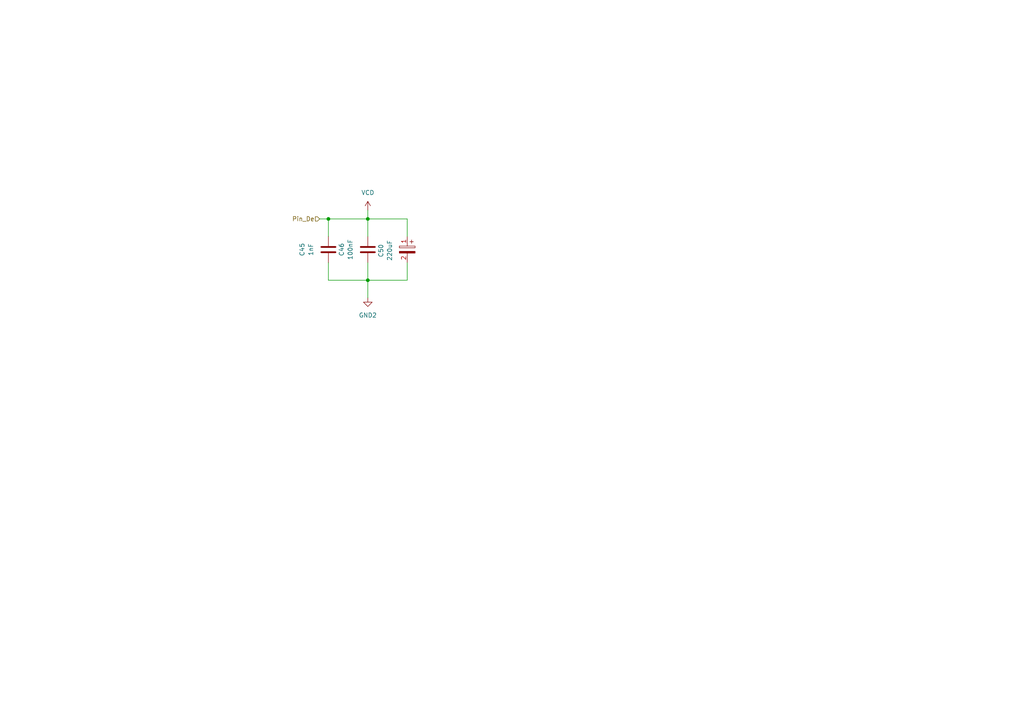
<source format=kicad_sch>
(kicad_sch (version 20250114) (generator "eeschema") (generator_version "9.0")
  (paper "A4")
  (lib_symbols
    (symbol "EasyEDA2:C_Polarized_220uF_63V"
      (property "Reference" "C" (at 0 0 0))
      (symbol "C_Polarized_220uF_63V_0_1"
        (rectangle (start -2.286 0.508) (end 2.286 1.016))
        (polyline (pts (xy -1.778 2.286) (xy -0.762 2.286)))
        (polyline (pts (xy -1.27 2.794) (xy -1.27 1.778)))
        (rectangle (start 2.286 -0.508) (end -2.286 -1.016) (fill (type outline)))
      )
      (symbol "C_Polarized_220uF_63V_1_1"
        (pin passive line (at 0 3.81 270) (length 2.794) (name "~") (number "1"))
        (pin passive line (at 0 -3.81 90) (length 2.794) (name "~") (number "2"))
      )
    )
    (symbol "EasyEDA:C_0805" (pin_numbers (hide yes)) (pin_names (offset 0.254))
      (property "Reference" "C" (at 0.635 2.54 0))
      (property "Value" "C_0805" (at 0.635 -2.54 0))
      (symbol "C_0805_0_1"
        (polyline (pts (xy -2.032 0.762) (xy 2.032 0.762)) (stroke (width 0.508)))
        (polyline (pts (xy -2.032 -0.762) (xy 2.032 -0.762)) (stroke (width 0.508)))
      )
      (symbol "C_0805_0_2"
        (polyline (pts (xy -2.54 -2.54) (xy -0.381 -0.381)))
        (polyline (pts (xy -0.508 -0.508) (xy -1.651 0.635)) (stroke (width 0.508)))
        (polyline (pts (xy -0.508 -0.508) (xy 0.635 -1.651)) (stroke (width 0.508)))
        (polyline (pts (xy 0.381 0.381) (xy 2.54 2.54)))
        (polyline (pts (xy 0.508 0.508) (xy -0.635 1.651)) (stroke (width 0.508)))
        (polyline (pts (xy 0.508 0.508) (xy 1.651 -0.635)) (stroke (width 0.508)))
      )
      (symbol "C_0805_1_1"
        (pin passive line (at 0 3.81 270) (length 2.794) (name "~") (number "1"))
        (pin passive line (at 0 -3.81 90) (length 2.794) (name "~") (number "2"))
      )
      (symbol "C_0805_1_2"
        (pin passive line (at -2.54 -2.54 90) (length 0) (name "~") (number "2"))
        (pin passive line (at 2.54 2.54 270) (length 0) (name "~") (number "1"))
      )
    )
    (symbol "EasyEDA:VCC" (power) (pin_numbers (hide yes)) (pin_names (offset 0) (hide yes))
      (property "Value" "VCC" (at 0 3.556 0))
      (symbol "VCC_0_1"
        (polyline (pts (xy -0.762 1.27) (xy 0 2.54)))
        (polyline (pts (xy 0 2.54) (xy 0.762 1.27)))
        (polyline (pts (xy 0 0) (xy 0 2.54)))
      )
      (symbol "VCC_1_1"
        (pin power_in line (at 0 0 90) (length 0) (name "~") (number "1"))
      )
    )
    (symbol "PCM_Capacitor_US_AKL:C_0603" (pin_numbers (hide yes)) (pin_names (offset 0.254))
      (property "Reference" "C" (at 0.635 2.54 0))
      (property "Value" "C_0603" (at 0.635 -2.54 0))
      (symbol "C_0603_0_1"
        (polyline (pts (xy -2.032 0.762) (xy 2.032 0.762)) (stroke (width 0.508)))
        (polyline (pts (xy -2.032 -0.762) (xy 2.032 -0.762)) (stroke (width 0.508)))
      )
      (symbol "C_0603_0_2"
        (polyline (pts (xy -2.54 -2.54) (xy -0.381 -0.381)))
        (polyline (pts (xy -0.508 -0.508) (xy -1.651 0.635)) (stroke (width 0.508)))
        (polyline (pts (xy -0.508 -0.508) (xy 0.635 -1.651)) (stroke (width 0.508)))
        (polyline (pts (xy 0.381 0.381) (xy 2.54 2.54)))
        (polyline (pts (xy 0.508 0.508) (xy -0.635 1.651)) (stroke (width 0.508)))
        (polyline (pts (xy 0.508 0.508) (xy 1.651 -0.635)) (stroke (width 0.508)))
      )
      (symbol "C_0603_1_1"
        (pin passive line (at 0 3.81 270) (length 2.794) (name "~") (number "1"))
        (pin passive line (at 0 -3.81 90) (length 2.794) (name "~") (number "2"))
      )
      (symbol "C_0603_1_2"
        (pin passive line (at -2.54 -2.54 90) (length 0) (name "~") (number "2"))
        (pin passive line (at 2.54 2.54 270) (length 0) (name "~") (number "1"))
      )
    )
    (symbol "power:GND2" (power) (pin_numbers (hide yes)) (pin_names (offset 0) (hide yes))
      (property "Value" "GND2" (at 0 -3.81 0))
      (symbol "GND2_0_1"
        (polyline (pts (xy 0 0) (xy 0 -1.27) (xy 1.27 -1.27) (xy 0 -2.54) (xy -1.27 -1.27) (xy 0 -1.27)))
      )
      (symbol "GND2_1_1"
        (pin power_in line (at 0 0 270) (length 0) (name "~") (number "1"))
      )
    )
  )
  (junction (at 106.68 81.28))
  (junction (at 95.25 63.5))
  (junction (at 106.68 63.5))
  (wire (pts (xy 106.68 81.28) (xy 118.11 81.28)))
  (wire (pts (xy 118.11 68.58) (xy 118.11 63.5)))
  (wire (pts (xy 118.11 81.28) (xy 118.11 76.2)))
  (wire (pts (xy 106.68 60.96) (xy 106.68 63.5)))
  (wire (pts (xy 95.25 81.28) (xy 106.68 81.28)))
  (wire (pts (xy 95.25 76.2) (xy 95.25 81.28)))
  (wire (pts (xy 95.25 63.5) (xy 106.68 63.5)))
  (wire (pts (xy 106.68 81.28) (xy 106.68 86.36)))
  (wire (pts (xy 106.68 76.2) (xy 106.68 81.28)))
  (wire (pts (xy 95.25 68.58) (xy 95.25 63.5)))
  (wire (pts (xy 106.68 63.5) (xy 106.68 68.58)))
  (wire (pts (xy 92.71 63.5) (xy 95.25 63.5)))
  (wire (pts (xy 118.11 63.5) (xy 106.68 63.5)))
  (hierarchical_label "Pin_De" (shape input) (at 92.71 63.5 180))
  (symbol (lib_id "EasyEDA2:C_Polarized_220uF_63V") (at 118.11 72.39 0) (mirror y) (unit 1)
    (property "Reference" "C" (at 110.49 74.676 90) (effects (justify left)))
    (property "Value" "220uF" (at 113.03 75.692 90) (effects (justify left)))
    (property "Footprint" "EasyEDA2:CAP-SMD_BD10.0-L10.3-W10.3-LS11.0-FD" (effects (hide yes)))
    (property "Datasheet" "https://www.lcsc.com/datasheet/C7471900.pdf" (effects (hide yes)))
    (property "LCSC Part" "C7471900" (effects (hide yes)))
    (property "Part #" "189RV0038" (effects (hide yes)))
    (instances (project "Nivara_PCB" (path "" (reference "C50") (unit 1))))
  )
  (symbol (lib_id "power:GND2") (at 106.68 86.36 0) (unit 1)
    (property "Reference" "#PWR0127" (effects (hide yes)))
    (property "Value" "GND2" (at 106.68 91.44 0))
    (property "Description" "Power symbol creates a global label with name \"GND2\" , ground" (effects (hide yes)))
    (instances (project "Nivara_PCB" (path "" (reference "#PWR0127") (unit 1)) (path "" (reference "#PWR0130") (unit 1))))
  )
  (symbol (lib_id "PCM_Capacitor_US_AKL:C_0603") (at 95.25 72.39 0) (mirror y) (unit 1)
    (property "Reference" "C45" (at 87.63 72.39 90))
    (property "Value" "1nF" (at 90.17 72.39 90))
    (property "Footprint" "PCM_Capacitor_SMD_AKL:C_0603_1608Metric" (effects (hide yes)))
    (property "Datasheet" "https://www.lcsc.com/datasheet/C354384.pdf" (effects (hide yes)))
    (property "Description" "SMD 0603 MLCC capacitor, Alternate KiCad Library" (effects (hide yes)))
    (property "LCSC Part" "C354384" (effects (hide yes)))
    (property "Part #" "GCJ188R72A102KA01D" (effects (hide yes)))
    (instances (project "Nivara_PCB" (path "" (reference "C45") (unit 1)) (path "" (reference "C48") (unit 1))))
  )
  (symbol (lib_id "EasyEDA:VCC") (at 106.68 60.96 0) (unit 1)
    (property "Reference" "#PWR0128" (effects (hide yes)))
    (property "Value" "VCD" (at 106.68 55.88 0))
    (property "Description" "Power symbol creates a global label with name \"VCC\"" (effects (hide yes)))
    (instances (project "Nivara_PCB" (path "" (reference "#PWR0128") (unit 1)) (path "" (reference "#PWR0129") (unit 1))))
  )
  (symbol (lib_id "EasyEDA:C_0805") (at 106.68 72.39 180) (unit 1)
    (property "Reference" "C46" (at 99.06 72.39 90))
    (property "Value" "100nF" (at 101.6 72.39 90))
    (property "Footprint" "PCM_Capacitor_SMD_AKL:C_0805_2012Metric" (effects (hide yes)))
    (property "Datasheet" "https://www.lcsc.com/datasheet/C56476.pdf" (effects (hide yes)))
    (property "Description" "SMD 0805 MLCC capacitor, Alternate KiCad Library" (effects (hide yes)))
    (property "Part #" "C1608X7R1H104KT000N" (effects (hide yes)))
    (property "LCSC Part" "C56476" (effects (hide yes)))
    (instances (project "Nivara_PCB" (path "" (reference "C46") (unit 1)) (path "" (reference "C49") (unit 1))))
  )
)
</source>
